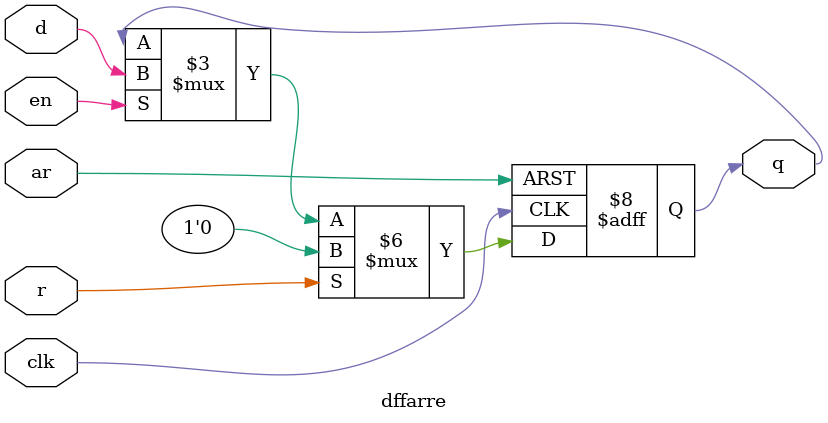
<source format=v>
module dffarre #(parameter WIDTH = 1) (
    input clk,
    input ar,
    input r,
    input en,
    input [WIDTH-1:0] d,
    output reg [WIDTH-1:0] q
);

    always @(posedge clk or negedge ar)
        if (~ar)
            q <= {WIDTH{1'b0}};
        else if (r)
            q <= {WIDTH{1'b0}};
        else if (en)
            q <= d;

endmodule

</source>
